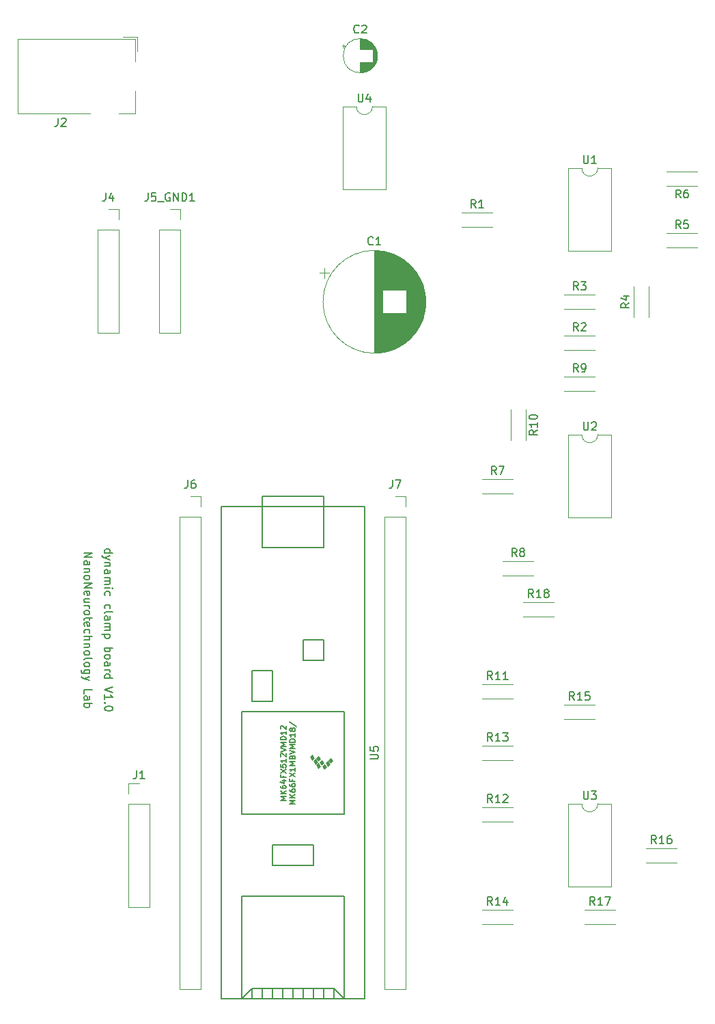
<source format=gbr>
%TF.GenerationSoftware,KiCad,Pcbnew,(5.1.10)-1*%
%TF.CreationDate,2021-10-07T13:20:46-04:00*%
%TF.ProjectId,dynamic clamp pcb,64796e61-6d69-4632-9063-6c616d702070,rev?*%
%TF.SameCoordinates,Original*%
%TF.FileFunction,Legend,Top*%
%TF.FilePolarity,Positive*%
%FSLAX46Y46*%
G04 Gerber Fmt 4.6, Leading zero omitted, Abs format (unit mm)*
G04 Created by KiCad (PCBNEW (5.1.10)-1) date 2021-10-07 13:20:46*
%MOMM*%
%LPD*%
G01*
G04 APERTURE LIST*
%ADD10C,0.150000*%
%ADD11C,0.120000*%
%ADD12C,0.100000*%
G04 APERTURE END LIST*
D10*
X47807619Y-89512380D02*
X48807619Y-89512380D01*
X47807619Y-90083809D01*
X48807619Y-90083809D01*
X47807619Y-90988571D02*
X48331428Y-90988571D01*
X48426666Y-90940952D01*
X48474285Y-90845714D01*
X48474285Y-90655238D01*
X48426666Y-90560000D01*
X47855238Y-90988571D02*
X47807619Y-90893333D01*
X47807619Y-90655238D01*
X47855238Y-90560000D01*
X47950476Y-90512380D01*
X48045714Y-90512380D01*
X48140952Y-90560000D01*
X48188571Y-90655238D01*
X48188571Y-90893333D01*
X48236190Y-90988571D01*
X48474285Y-91464761D02*
X47807619Y-91464761D01*
X48379047Y-91464761D02*
X48426666Y-91512380D01*
X48474285Y-91607619D01*
X48474285Y-91750476D01*
X48426666Y-91845714D01*
X48331428Y-91893333D01*
X47807619Y-91893333D01*
X47807619Y-92512380D02*
X47855238Y-92417142D01*
X47902857Y-92369523D01*
X47998095Y-92321904D01*
X48283809Y-92321904D01*
X48379047Y-92369523D01*
X48426666Y-92417142D01*
X48474285Y-92512380D01*
X48474285Y-92655238D01*
X48426666Y-92750476D01*
X48379047Y-92798095D01*
X48283809Y-92845714D01*
X47998095Y-92845714D01*
X47902857Y-92798095D01*
X47855238Y-92750476D01*
X47807619Y-92655238D01*
X47807619Y-92512380D01*
X47807619Y-93274285D02*
X48807619Y-93274285D01*
X47807619Y-93845714D01*
X48807619Y-93845714D01*
X47855238Y-94702857D02*
X47807619Y-94607619D01*
X47807619Y-94417142D01*
X47855238Y-94321904D01*
X47950476Y-94274285D01*
X48331428Y-94274285D01*
X48426666Y-94321904D01*
X48474285Y-94417142D01*
X48474285Y-94607619D01*
X48426666Y-94702857D01*
X48331428Y-94750476D01*
X48236190Y-94750476D01*
X48140952Y-94274285D01*
X48474285Y-95607619D02*
X47807619Y-95607619D01*
X48474285Y-95179047D02*
X47950476Y-95179047D01*
X47855238Y-95226666D01*
X47807619Y-95321904D01*
X47807619Y-95464761D01*
X47855238Y-95560000D01*
X47902857Y-95607619D01*
X47807619Y-96083809D02*
X48474285Y-96083809D01*
X48283809Y-96083809D02*
X48379047Y-96131428D01*
X48426666Y-96179047D01*
X48474285Y-96274285D01*
X48474285Y-96369523D01*
X47807619Y-96845714D02*
X47855238Y-96750476D01*
X47902857Y-96702857D01*
X47998095Y-96655238D01*
X48283809Y-96655238D01*
X48379047Y-96702857D01*
X48426666Y-96750476D01*
X48474285Y-96845714D01*
X48474285Y-96988571D01*
X48426666Y-97083809D01*
X48379047Y-97131428D01*
X48283809Y-97179047D01*
X47998095Y-97179047D01*
X47902857Y-97131428D01*
X47855238Y-97083809D01*
X47807619Y-96988571D01*
X47807619Y-96845714D01*
X48474285Y-97464761D02*
X48474285Y-97845714D01*
X48807619Y-97607619D02*
X47950476Y-97607619D01*
X47855238Y-97655238D01*
X47807619Y-97750476D01*
X47807619Y-97845714D01*
X47855238Y-98560000D02*
X47807619Y-98464761D01*
X47807619Y-98274285D01*
X47855238Y-98179047D01*
X47950476Y-98131428D01*
X48331428Y-98131428D01*
X48426666Y-98179047D01*
X48474285Y-98274285D01*
X48474285Y-98464761D01*
X48426666Y-98560000D01*
X48331428Y-98607619D01*
X48236190Y-98607619D01*
X48140952Y-98131428D01*
X47855238Y-99464761D02*
X47807619Y-99369523D01*
X47807619Y-99179047D01*
X47855238Y-99083809D01*
X47902857Y-99036190D01*
X47998095Y-98988571D01*
X48283809Y-98988571D01*
X48379047Y-99036190D01*
X48426666Y-99083809D01*
X48474285Y-99179047D01*
X48474285Y-99369523D01*
X48426666Y-99464761D01*
X47807619Y-99893333D02*
X48807619Y-99893333D01*
X47807619Y-100321904D02*
X48331428Y-100321904D01*
X48426666Y-100274285D01*
X48474285Y-100179047D01*
X48474285Y-100036190D01*
X48426666Y-99940952D01*
X48379047Y-99893333D01*
X48474285Y-100798095D02*
X47807619Y-100798095D01*
X48379047Y-100798095D02*
X48426666Y-100845714D01*
X48474285Y-100940952D01*
X48474285Y-101083809D01*
X48426666Y-101179047D01*
X48331428Y-101226666D01*
X47807619Y-101226666D01*
X47807619Y-101845714D02*
X47855238Y-101750476D01*
X47902857Y-101702857D01*
X47998095Y-101655238D01*
X48283809Y-101655238D01*
X48379047Y-101702857D01*
X48426666Y-101750476D01*
X48474285Y-101845714D01*
X48474285Y-101988571D01*
X48426666Y-102083809D01*
X48379047Y-102131428D01*
X48283809Y-102179047D01*
X47998095Y-102179047D01*
X47902857Y-102131428D01*
X47855238Y-102083809D01*
X47807619Y-101988571D01*
X47807619Y-101845714D01*
X47807619Y-102750476D02*
X47855238Y-102655238D01*
X47950476Y-102607619D01*
X48807619Y-102607619D01*
X47807619Y-103274285D02*
X47855238Y-103179047D01*
X47902857Y-103131428D01*
X47998095Y-103083809D01*
X48283809Y-103083809D01*
X48379047Y-103131428D01*
X48426666Y-103179047D01*
X48474285Y-103274285D01*
X48474285Y-103417142D01*
X48426666Y-103512380D01*
X48379047Y-103560000D01*
X48283809Y-103607619D01*
X47998095Y-103607619D01*
X47902857Y-103560000D01*
X47855238Y-103512380D01*
X47807619Y-103417142D01*
X47807619Y-103274285D01*
X48474285Y-104464761D02*
X47664761Y-104464761D01*
X47569523Y-104417142D01*
X47521904Y-104369523D01*
X47474285Y-104274285D01*
X47474285Y-104131428D01*
X47521904Y-104036190D01*
X47855238Y-104464761D02*
X47807619Y-104369523D01*
X47807619Y-104179047D01*
X47855238Y-104083809D01*
X47902857Y-104036190D01*
X47998095Y-103988571D01*
X48283809Y-103988571D01*
X48379047Y-104036190D01*
X48426666Y-104083809D01*
X48474285Y-104179047D01*
X48474285Y-104369523D01*
X48426666Y-104464761D01*
X48474285Y-104845714D02*
X47807619Y-105083809D01*
X48474285Y-105321904D02*
X47807619Y-105083809D01*
X47569523Y-104988571D01*
X47521904Y-104940952D01*
X47474285Y-104845714D01*
X47807619Y-106940952D02*
X47807619Y-106464761D01*
X48807619Y-106464761D01*
X47807619Y-107702857D02*
X48331428Y-107702857D01*
X48426666Y-107655238D01*
X48474285Y-107560000D01*
X48474285Y-107369523D01*
X48426666Y-107274285D01*
X47855238Y-107702857D02*
X47807619Y-107607619D01*
X47807619Y-107369523D01*
X47855238Y-107274285D01*
X47950476Y-107226666D01*
X48045714Y-107226666D01*
X48140952Y-107274285D01*
X48188571Y-107369523D01*
X48188571Y-107607619D01*
X48236190Y-107702857D01*
X47807619Y-108179047D02*
X48807619Y-108179047D01*
X48426666Y-108179047D02*
X48474285Y-108274285D01*
X48474285Y-108464761D01*
X48426666Y-108560000D01*
X48379047Y-108607619D01*
X48283809Y-108655238D01*
X47998095Y-108655238D01*
X47902857Y-108607619D01*
X47855238Y-108560000D01*
X47807619Y-108464761D01*
X47807619Y-108274285D01*
X47855238Y-108179047D01*
X50347619Y-89512380D02*
X51347619Y-89512380D01*
X50395238Y-89512380D02*
X50347619Y-89417142D01*
X50347619Y-89226666D01*
X50395238Y-89131428D01*
X50442857Y-89083809D01*
X50538095Y-89036190D01*
X50823809Y-89036190D01*
X50919047Y-89083809D01*
X50966666Y-89131428D01*
X51014285Y-89226666D01*
X51014285Y-89417142D01*
X50966666Y-89512380D01*
X51014285Y-89893333D02*
X50347619Y-90131428D01*
X51014285Y-90369523D02*
X50347619Y-90131428D01*
X50109523Y-90036190D01*
X50061904Y-89988571D01*
X50014285Y-89893333D01*
X51014285Y-90750476D02*
X50347619Y-90750476D01*
X50919047Y-90750476D02*
X50966666Y-90798095D01*
X51014285Y-90893333D01*
X51014285Y-91036190D01*
X50966666Y-91131428D01*
X50871428Y-91179047D01*
X50347619Y-91179047D01*
X50347619Y-92083809D02*
X50871428Y-92083809D01*
X50966666Y-92036190D01*
X51014285Y-91940952D01*
X51014285Y-91750476D01*
X50966666Y-91655238D01*
X50395238Y-92083809D02*
X50347619Y-91988571D01*
X50347619Y-91750476D01*
X50395238Y-91655238D01*
X50490476Y-91607619D01*
X50585714Y-91607619D01*
X50680952Y-91655238D01*
X50728571Y-91750476D01*
X50728571Y-91988571D01*
X50776190Y-92083809D01*
X50347619Y-92560000D02*
X51014285Y-92560000D01*
X50919047Y-92560000D02*
X50966666Y-92607619D01*
X51014285Y-92702857D01*
X51014285Y-92845714D01*
X50966666Y-92940952D01*
X50871428Y-92988571D01*
X50347619Y-92988571D01*
X50871428Y-92988571D02*
X50966666Y-93036190D01*
X51014285Y-93131428D01*
X51014285Y-93274285D01*
X50966666Y-93369523D01*
X50871428Y-93417142D01*
X50347619Y-93417142D01*
X50347619Y-93893333D02*
X51014285Y-93893333D01*
X51347619Y-93893333D02*
X51300000Y-93845714D01*
X51252380Y-93893333D01*
X51300000Y-93940952D01*
X51347619Y-93893333D01*
X51252380Y-93893333D01*
X50395238Y-94798095D02*
X50347619Y-94702857D01*
X50347619Y-94512380D01*
X50395238Y-94417142D01*
X50442857Y-94369523D01*
X50538095Y-94321904D01*
X50823809Y-94321904D01*
X50919047Y-94369523D01*
X50966666Y-94417142D01*
X51014285Y-94512380D01*
X51014285Y-94702857D01*
X50966666Y-94798095D01*
X50395238Y-96417142D02*
X50347619Y-96321904D01*
X50347619Y-96131428D01*
X50395238Y-96036190D01*
X50442857Y-95988571D01*
X50538095Y-95940952D01*
X50823809Y-95940952D01*
X50919047Y-95988571D01*
X50966666Y-96036190D01*
X51014285Y-96131428D01*
X51014285Y-96321904D01*
X50966666Y-96417142D01*
X50347619Y-96988571D02*
X50395238Y-96893333D01*
X50490476Y-96845714D01*
X51347619Y-96845714D01*
X50347619Y-97798095D02*
X50871428Y-97798095D01*
X50966666Y-97750476D01*
X51014285Y-97655238D01*
X51014285Y-97464761D01*
X50966666Y-97369523D01*
X50395238Y-97798095D02*
X50347619Y-97702857D01*
X50347619Y-97464761D01*
X50395238Y-97369523D01*
X50490476Y-97321904D01*
X50585714Y-97321904D01*
X50680952Y-97369523D01*
X50728571Y-97464761D01*
X50728571Y-97702857D01*
X50776190Y-97798095D01*
X50347619Y-98274285D02*
X51014285Y-98274285D01*
X50919047Y-98274285D02*
X50966666Y-98321904D01*
X51014285Y-98417142D01*
X51014285Y-98560000D01*
X50966666Y-98655238D01*
X50871428Y-98702857D01*
X50347619Y-98702857D01*
X50871428Y-98702857D02*
X50966666Y-98750476D01*
X51014285Y-98845714D01*
X51014285Y-98988571D01*
X50966666Y-99083809D01*
X50871428Y-99131428D01*
X50347619Y-99131428D01*
X51014285Y-99607619D02*
X50014285Y-99607619D01*
X50966666Y-99607619D02*
X51014285Y-99702857D01*
X51014285Y-99893333D01*
X50966666Y-99988571D01*
X50919047Y-100036190D01*
X50823809Y-100083809D01*
X50538095Y-100083809D01*
X50442857Y-100036190D01*
X50395238Y-99988571D01*
X50347619Y-99893333D01*
X50347619Y-99702857D01*
X50395238Y-99607619D01*
X50347619Y-101274285D02*
X51347619Y-101274285D01*
X50966666Y-101274285D02*
X51014285Y-101369523D01*
X51014285Y-101560000D01*
X50966666Y-101655238D01*
X50919047Y-101702857D01*
X50823809Y-101750476D01*
X50538095Y-101750476D01*
X50442857Y-101702857D01*
X50395238Y-101655238D01*
X50347619Y-101560000D01*
X50347619Y-101369523D01*
X50395238Y-101274285D01*
X50347619Y-102321904D02*
X50395238Y-102226666D01*
X50442857Y-102179047D01*
X50538095Y-102131428D01*
X50823809Y-102131428D01*
X50919047Y-102179047D01*
X50966666Y-102226666D01*
X51014285Y-102321904D01*
X51014285Y-102464761D01*
X50966666Y-102560000D01*
X50919047Y-102607619D01*
X50823809Y-102655238D01*
X50538095Y-102655238D01*
X50442857Y-102607619D01*
X50395238Y-102560000D01*
X50347619Y-102464761D01*
X50347619Y-102321904D01*
X50347619Y-103512380D02*
X50871428Y-103512380D01*
X50966666Y-103464761D01*
X51014285Y-103369523D01*
X51014285Y-103179047D01*
X50966666Y-103083809D01*
X50395238Y-103512380D02*
X50347619Y-103417142D01*
X50347619Y-103179047D01*
X50395238Y-103083809D01*
X50490476Y-103036190D01*
X50585714Y-103036190D01*
X50680952Y-103083809D01*
X50728571Y-103179047D01*
X50728571Y-103417142D01*
X50776190Y-103512380D01*
X50347619Y-103988571D02*
X51014285Y-103988571D01*
X50823809Y-103988571D02*
X50919047Y-104036190D01*
X50966666Y-104083809D01*
X51014285Y-104179047D01*
X51014285Y-104274285D01*
X50347619Y-105036190D02*
X51347619Y-105036190D01*
X50395238Y-105036190D02*
X50347619Y-104940952D01*
X50347619Y-104750476D01*
X50395238Y-104655238D01*
X50442857Y-104607619D01*
X50538095Y-104560000D01*
X50823809Y-104560000D01*
X50919047Y-104607619D01*
X50966666Y-104655238D01*
X51014285Y-104750476D01*
X51014285Y-104940952D01*
X50966666Y-105036190D01*
X51347619Y-106131428D02*
X50347619Y-106464761D01*
X51347619Y-106798095D01*
X50347619Y-107655238D02*
X50347619Y-107083809D01*
X50347619Y-107369523D02*
X51347619Y-107369523D01*
X51204761Y-107274285D01*
X51109523Y-107179047D01*
X51061904Y-107083809D01*
X50442857Y-108083809D02*
X50395238Y-108131428D01*
X50347619Y-108083809D01*
X50395238Y-108036190D01*
X50442857Y-108083809D01*
X50347619Y-108083809D01*
X51347619Y-108750476D02*
X51347619Y-108845714D01*
X51300000Y-108940952D01*
X51252380Y-108988571D01*
X51157142Y-109036190D01*
X50966666Y-109083809D01*
X50728571Y-109083809D01*
X50538095Y-109036190D01*
X50442857Y-108988571D01*
X50395238Y-108940952D01*
X50347619Y-108845714D01*
X50347619Y-108750476D01*
X50395238Y-108655238D01*
X50442857Y-108607619D01*
X50538095Y-108560000D01*
X50728571Y-108512380D01*
X50966666Y-108512380D01*
X51157142Y-108560000D01*
X51252380Y-108607619D01*
X51300000Y-108655238D01*
X51347619Y-108750476D01*
D11*
%TO.C,J2*%
X54380000Y-25640000D02*
X54380000Y-27380000D01*
X52640000Y-25640000D02*
X54380000Y-25640000D01*
X54140000Y-35080000D02*
X52140000Y-35080000D01*
X54140000Y-32280000D02*
X54140000Y-35080000D01*
X54140000Y-25880000D02*
X54140000Y-28680000D01*
X39540000Y-25880000D02*
X54140000Y-25880000D01*
X39540000Y-35080000D02*
X39540000Y-25880000D01*
X48540000Y-35080000D02*
X39540000Y-35080000D01*
%TO.C,C1*%
X77587918Y-54220000D02*
X77587918Y-55470000D01*
X76962918Y-54845000D02*
X78212918Y-54845000D01*
X90141000Y-58103000D02*
X90141000Y-58737000D01*
X90101000Y-57663000D02*
X90101000Y-59177000D01*
X90061000Y-57392000D02*
X90061000Y-59448000D01*
X90021000Y-57179000D02*
X90021000Y-59661000D01*
X89981000Y-56998000D02*
X89981000Y-59842000D01*
X89941000Y-56837000D02*
X89941000Y-60003000D01*
X89901000Y-56692000D02*
X89901000Y-60148000D01*
X89861000Y-56559000D02*
X89861000Y-60281000D01*
X89821000Y-56436000D02*
X89821000Y-60404000D01*
X89781000Y-56320000D02*
X89781000Y-60520000D01*
X89741000Y-56211000D02*
X89741000Y-60629000D01*
X89701000Y-56108000D02*
X89701000Y-60732000D01*
X89661000Y-56010000D02*
X89661000Y-60830000D01*
X89621000Y-55916000D02*
X89621000Y-60924000D01*
X89581000Y-55826000D02*
X89581000Y-61014000D01*
X89541000Y-55739000D02*
X89541000Y-61101000D01*
X89501000Y-55656000D02*
X89501000Y-61184000D01*
X89461000Y-55576000D02*
X89461000Y-61264000D01*
X89421000Y-55499000D02*
X89421000Y-61341000D01*
X89381000Y-55424000D02*
X89381000Y-61416000D01*
X89341000Y-55351000D02*
X89341000Y-61489000D01*
X89301000Y-55280000D02*
X89301000Y-61560000D01*
X89261000Y-55212000D02*
X89261000Y-61628000D01*
X89221000Y-55145000D02*
X89221000Y-61695000D01*
X89181000Y-55081000D02*
X89181000Y-61759000D01*
X89141000Y-55018000D02*
X89141000Y-61822000D01*
X89101000Y-54956000D02*
X89101000Y-61884000D01*
X89061000Y-54896000D02*
X89061000Y-61944000D01*
X89021000Y-54837000D02*
X89021000Y-62003000D01*
X88981000Y-54780000D02*
X88981000Y-62060000D01*
X88941000Y-54724000D02*
X88941000Y-62116000D01*
X88901000Y-54670000D02*
X88901000Y-62170000D01*
X88861000Y-54616000D02*
X88861000Y-62224000D01*
X88821000Y-54564000D02*
X88821000Y-62276000D01*
X88781000Y-54513000D02*
X88781000Y-62327000D01*
X88741000Y-54463000D02*
X88741000Y-62377000D01*
X88701000Y-54413000D02*
X88701000Y-62427000D01*
X88661000Y-54365000D02*
X88661000Y-62475000D01*
X88621000Y-54318000D02*
X88621000Y-62522000D01*
X88581000Y-54272000D02*
X88581000Y-62568000D01*
X88541000Y-54226000D02*
X88541000Y-62614000D01*
X88501000Y-54182000D02*
X88501000Y-62658000D01*
X88461000Y-54138000D02*
X88461000Y-62702000D01*
X88421000Y-54095000D02*
X88421000Y-62745000D01*
X88381000Y-54053000D02*
X88381000Y-62787000D01*
X88341000Y-54012000D02*
X88341000Y-62828000D01*
X88301000Y-53971000D02*
X88301000Y-62869000D01*
X88261000Y-53931000D02*
X88261000Y-62909000D01*
X88221000Y-53892000D02*
X88221000Y-62948000D01*
X88181000Y-53853000D02*
X88181000Y-62987000D01*
X88141000Y-53815000D02*
X88141000Y-63025000D01*
X88101000Y-53778000D02*
X88101000Y-63062000D01*
X88061000Y-53742000D02*
X88061000Y-63098000D01*
X88021000Y-53706000D02*
X88021000Y-63134000D01*
X87981000Y-53670000D02*
X87981000Y-63170000D01*
X87941000Y-53635000D02*
X87941000Y-63205000D01*
X87901000Y-53601000D02*
X87901000Y-63239000D01*
X87861000Y-53568000D02*
X87861000Y-63272000D01*
X87821000Y-53535000D02*
X87821000Y-63305000D01*
X87781000Y-53502000D02*
X87781000Y-63338000D01*
X87741000Y-53470000D02*
X87741000Y-63370000D01*
X87701000Y-59860000D02*
X87701000Y-63402000D01*
X87701000Y-53438000D02*
X87701000Y-56980000D01*
X87661000Y-59860000D02*
X87661000Y-63432000D01*
X87661000Y-53408000D02*
X87661000Y-56980000D01*
X87621000Y-59860000D02*
X87621000Y-63463000D01*
X87621000Y-53377000D02*
X87621000Y-56980000D01*
X87581000Y-59860000D02*
X87581000Y-63493000D01*
X87581000Y-53347000D02*
X87581000Y-56980000D01*
X87541000Y-59860000D02*
X87541000Y-63522000D01*
X87541000Y-53318000D02*
X87541000Y-56980000D01*
X87501000Y-59860000D02*
X87501000Y-63551000D01*
X87501000Y-53289000D02*
X87501000Y-56980000D01*
X87461000Y-59860000D02*
X87461000Y-63580000D01*
X87461000Y-53260000D02*
X87461000Y-56980000D01*
X87421000Y-59860000D02*
X87421000Y-63608000D01*
X87421000Y-53232000D02*
X87421000Y-56980000D01*
X87381000Y-59860000D02*
X87381000Y-63636000D01*
X87381000Y-53204000D02*
X87381000Y-56980000D01*
X87341000Y-59860000D02*
X87341000Y-63663000D01*
X87341000Y-53177000D02*
X87341000Y-56980000D01*
X87301000Y-59860000D02*
X87301000Y-63690000D01*
X87301000Y-53150000D02*
X87301000Y-56980000D01*
X87261000Y-59860000D02*
X87261000Y-63716000D01*
X87261000Y-53124000D02*
X87261000Y-56980000D01*
X87221000Y-59860000D02*
X87221000Y-63742000D01*
X87221000Y-53098000D02*
X87221000Y-56980000D01*
X87181000Y-59860000D02*
X87181000Y-63767000D01*
X87181000Y-53073000D02*
X87181000Y-56980000D01*
X87141000Y-59860000D02*
X87141000Y-63792000D01*
X87141000Y-53048000D02*
X87141000Y-56980000D01*
X87101000Y-59860000D02*
X87101000Y-63817000D01*
X87101000Y-53023000D02*
X87101000Y-56980000D01*
X87061000Y-59860000D02*
X87061000Y-63841000D01*
X87061000Y-52999000D02*
X87061000Y-56980000D01*
X87021000Y-59860000D02*
X87021000Y-63865000D01*
X87021000Y-52975000D02*
X87021000Y-56980000D01*
X86981000Y-59860000D02*
X86981000Y-63888000D01*
X86981000Y-52952000D02*
X86981000Y-56980000D01*
X86941000Y-59860000D02*
X86941000Y-63911000D01*
X86941000Y-52929000D02*
X86941000Y-56980000D01*
X86901000Y-59860000D02*
X86901000Y-63934000D01*
X86901000Y-52906000D02*
X86901000Y-56980000D01*
X86861000Y-59860000D02*
X86861000Y-63956000D01*
X86861000Y-52884000D02*
X86861000Y-56980000D01*
X86821000Y-59860000D02*
X86821000Y-63978000D01*
X86821000Y-52862000D02*
X86821000Y-56980000D01*
X86781000Y-59860000D02*
X86781000Y-64000000D01*
X86781000Y-52840000D02*
X86781000Y-56980000D01*
X86741000Y-59860000D02*
X86741000Y-64021000D01*
X86741000Y-52819000D02*
X86741000Y-56980000D01*
X86701000Y-59860000D02*
X86701000Y-64042000D01*
X86701000Y-52798000D02*
X86701000Y-56980000D01*
X86661000Y-59860000D02*
X86661000Y-64062000D01*
X86661000Y-52778000D02*
X86661000Y-56980000D01*
X86621000Y-59860000D02*
X86621000Y-64082000D01*
X86621000Y-52758000D02*
X86621000Y-56980000D01*
X86581000Y-59860000D02*
X86581000Y-64102000D01*
X86581000Y-52738000D02*
X86581000Y-56980000D01*
X86541000Y-59860000D02*
X86541000Y-64122000D01*
X86541000Y-52718000D02*
X86541000Y-56980000D01*
X86501000Y-59860000D02*
X86501000Y-64141000D01*
X86501000Y-52699000D02*
X86501000Y-56980000D01*
X86461000Y-59860000D02*
X86461000Y-64159000D01*
X86461000Y-52681000D02*
X86461000Y-56980000D01*
X86421000Y-59860000D02*
X86421000Y-64178000D01*
X86421000Y-52662000D02*
X86421000Y-56980000D01*
X86381000Y-59860000D02*
X86381000Y-64196000D01*
X86381000Y-52644000D02*
X86381000Y-56980000D01*
X86341000Y-59860000D02*
X86341000Y-64213000D01*
X86341000Y-52627000D02*
X86341000Y-56980000D01*
X86301000Y-59860000D02*
X86301000Y-64231000D01*
X86301000Y-52609000D02*
X86301000Y-56980000D01*
X86261000Y-59860000D02*
X86261000Y-64248000D01*
X86261000Y-52592000D02*
X86261000Y-56980000D01*
X86221000Y-59860000D02*
X86221000Y-64265000D01*
X86221000Y-52575000D02*
X86221000Y-56980000D01*
X86181000Y-59860000D02*
X86181000Y-64281000D01*
X86181000Y-52559000D02*
X86181000Y-56980000D01*
X86141000Y-59860000D02*
X86141000Y-64297000D01*
X86141000Y-52543000D02*
X86141000Y-56980000D01*
X86101000Y-59860000D02*
X86101000Y-64313000D01*
X86101000Y-52527000D02*
X86101000Y-56980000D01*
X86061000Y-59860000D02*
X86061000Y-64328000D01*
X86061000Y-52512000D02*
X86061000Y-56980000D01*
X86021000Y-59860000D02*
X86021000Y-64344000D01*
X86021000Y-52496000D02*
X86021000Y-56980000D01*
X85981000Y-59860000D02*
X85981000Y-64359000D01*
X85981000Y-52481000D02*
X85981000Y-56980000D01*
X85941000Y-59860000D02*
X85941000Y-64373000D01*
X85941000Y-52467000D02*
X85941000Y-56980000D01*
X85901000Y-59860000D02*
X85901000Y-64387000D01*
X85901000Y-52453000D02*
X85901000Y-56980000D01*
X85861000Y-59860000D02*
X85861000Y-64401000D01*
X85861000Y-52439000D02*
X85861000Y-56980000D01*
X85821000Y-59860000D02*
X85821000Y-64415000D01*
X85821000Y-52425000D02*
X85821000Y-56980000D01*
X85781000Y-59860000D02*
X85781000Y-64428000D01*
X85781000Y-52412000D02*
X85781000Y-56980000D01*
X85741000Y-59860000D02*
X85741000Y-64441000D01*
X85741000Y-52399000D02*
X85741000Y-56980000D01*
X85701000Y-59860000D02*
X85701000Y-64454000D01*
X85701000Y-52386000D02*
X85701000Y-56980000D01*
X85661000Y-59860000D02*
X85661000Y-64467000D01*
X85661000Y-52373000D02*
X85661000Y-56980000D01*
X85621000Y-59860000D02*
X85621000Y-64479000D01*
X85621000Y-52361000D02*
X85621000Y-56980000D01*
X85581000Y-59860000D02*
X85581000Y-64491000D01*
X85581000Y-52349000D02*
X85581000Y-56980000D01*
X85541000Y-59860000D02*
X85541000Y-64503000D01*
X85541000Y-52337000D02*
X85541000Y-56980000D01*
X85501000Y-59860000D02*
X85501000Y-64514000D01*
X85501000Y-52326000D02*
X85501000Y-56980000D01*
X85461000Y-59860000D02*
X85461000Y-64525000D01*
X85461000Y-52315000D02*
X85461000Y-56980000D01*
X85421000Y-59860000D02*
X85421000Y-64536000D01*
X85421000Y-52304000D02*
X85421000Y-56980000D01*
X85381000Y-59860000D02*
X85381000Y-64546000D01*
X85381000Y-52294000D02*
X85381000Y-56980000D01*
X85341000Y-59860000D02*
X85341000Y-64557000D01*
X85341000Y-52283000D02*
X85341000Y-56980000D01*
X85301000Y-59860000D02*
X85301000Y-64566000D01*
X85301000Y-52274000D02*
X85301000Y-56980000D01*
X85261000Y-59860000D02*
X85261000Y-64576000D01*
X85261000Y-52264000D02*
X85261000Y-56980000D01*
X85221000Y-59860000D02*
X85221000Y-64586000D01*
X85221000Y-52254000D02*
X85221000Y-56980000D01*
X85181000Y-59860000D02*
X85181000Y-64595000D01*
X85181000Y-52245000D02*
X85181000Y-56980000D01*
X85141000Y-59860000D02*
X85141000Y-64604000D01*
X85141000Y-52236000D02*
X85141000Y-56980000D01*
X85101000Y-59860000D02*
X85101000Y-64612000D01*
X85101000Y-52228000D02*
X85101000Y-56980000D01*
X85061000Y-59860000D02*
X85061000Y-64621000D01*
X85061000Y-52219000D02*
X85061000Y-56980000D01*
X85021000Y-59860000D02*
X85021000Y-64629000D01*
X85021000Y-52211000D02*
X85021000Y-56980000D01*
X84981000Y-59860000D02*
X84981000Y-64636000D01*
X84981000Y-52204000D02*
X84981000Y-56980000D01*
X84941000Y-59860000D02*
X84941000Y-64644000D01*
X84941000Y-52196000D02*
X84941000Y-56980000D01*
X84901000Y-59860000D02*
X84901000Y-64651000D01*
X84901000Y-52189000D02*
X84901000Y-56980000D01*
X84861000Y-59860000D02*
X84861000Y-64658000D01*
X84861000Y-52182000D02*
X84861000Y-56980000D01*
X84821000Y-52175000D02*
X84821000Y-64665000D01*
X84781000Y-52168000D02*
X84781000Y-64672000D01*
X84741000Y-52162000D02*
X84741000Y-64678000D01*
X84701000Y-52156000D02*
X84701000Y-64684000D01*
X84661000Y-52151000D02*
X84661000Y-64689000D01*
X84621000Y-52145000D02*
X84621000Y-64695000D01*
X84581000Y-52140000D02*
X84581000Y-64700000D01*
X84541000Y-52135000D02*
X84541000Y-64705000D01*
X84501000Y-52130000D02*
X84501000Y-64710000D01*
X84460000Y-52126000D02*
X84460000Y-64714000D01*
X84420000Y-52122000D02*
X84420000Y-64718000D01*
X84380000Y-52118000D02*
X84380000Y-64722000D01*
X84340000Y-52114000D02*
X84340000Y-64726000D01*
X84300000Y-52111000D02*
X84300000Y-64729000D01*
X84260000Y-52108000D02*
X84260000Y-64732000D01*
X84220000Y-52105000D02*
X84220000Y-64735000D01*
X84180000Y-52102000D02*
X84180000Y-64738000D01*
X84140000Y-52100000D02*
X84140000Y-64740000D01*
X84100000Y-52098000D02*
X84100000Y-64742000D01*
X84060000Y-52096000D02*
X84060000Y-64744000D01*
X84020000Y-52094000D02*
X84020000Y-64746000D01*
X83980000Y-52093000D02*
X83980000Y-64747000D01*
X83940000Y-52092000D02*
X83940000Y-64748000D01*
X83900000Y-52091000D02*
X83900000Y-64749000D01*
X83860000Y-52090000D02*
X83860000Y-64750000D01*
X83820000Y-52090000D02*
X83820000Y-64750000D01*
X83780000Y-52090000D02*
X83780000Y-64750000D01*
X90150000Y-58420000D02*
G75*
G03*
X90150000Y-58420000I-6370000J0D01*
G01*
%TO.C,C2*%
X79960199Y-26545000D02*
X79960199Y-26945000D01*
X79760199Y-26745000D02*
X80160199Y-26745000D01*
X84111000Y-27570000D02*
X84111000Y-28310000D01*
X84071000Y-27403000D02*
X84071000Y-28477000D01*
X84031000Y-27276000D02*
X84031000Y-28604000D01*
X83991000Y-27172000D02*
X83991000Y-28708000D01*
X83951000Y-27081000D02*
X83951000Y-28799000D01*
X83911000Y-27000000D02*
X83911000Y-28880000D01*
X83871000Y-26927000D02*
X83871000Y-28953000D01*
X83831000Y-26860000D02*
X83831000Y-29020000D01*
X83791000Y-26798000D02*
X83791000Y-29082000D01*
X83751000Y-26740000D02*
X83751000Y-29140000D01*
X83711000Y-26686000D02*
X83711000Y-29194000D01*
X83671000Y-26636000D02*
X83671000Y-29244000D01*
X83631000Y-26589000D02*
X83631000Y-29291000D01*
X83591000Y-28780000D02*
X83591000Y-29336000D01*
X83591000Y-26544000D02*
X83591000Y-27100000D01*
X83551000Y-28780000D02*
X83551000Y-29378000D01*
X83551000Y-26502000D02*
X83551000Y-27100000D01*
X83511000Y-28780000D02*
X83511000Y-29418000D01*
X83511000Y-26462000D02*
X83511000Y-27100000D01*
X83471000Y-28780000D02*
X83471000Y-29456000D01*
X83471000Y-26424000D02*
X83471000Y-27100000D01*
X83431000Y-28780000D02*
X83431000Y-29492000D01*
X83431000Y-26388000D02*
X83431000Y-27100000D01*
X83391000Y-28780000D02*
X83391000Y-29527000D01*
X83391000Y-26353000D02*
X83391000Y-27100000D01*
X83351000Y-28780000D02*
X83351000Y-29559000D01*
X83351000Y-26321000D02*
X83351000Y-27100000D01*
X83311000Y-28780000D02*
X83311000Y-29590000D01*
X83311000Y-26290000D02*
X83311000Y-27100000D01*
X83271000Y-28780000D02*
X83271000Y-29620000D01*
X83271000Y-26260000D02*
X83271000Y-27100000D01*
X83231000Y-28780000D02*
X83231000Y-29648000D01*
X83231000Y-26232000D02*
X83231000Y-27100000D01*
X83191000Y-28780000D02*
X83191000Y-29675000D01*
X83191000Y-26205000D02*
X83191000Y-27100000D01*
X83151000Y-28780000D02*
X83151000Y-29700000D01*
X83151000Y-26180000D02*
X83151000Y-27100000D01*
X83111000Y-28780000D02*
X83111000Y-29725000D01*
X83111000Y-26155000D02*
X83111000Y-27100000D01*
X83071000Y-28780000D02*
X83071000Y-29748000D01*
X83071000Y-26132000D02*
X83071000Y-27100000D01*
X83031000Y-28780000D02*
X83031000Y-29770000D01*
X83031000Y-26110000D02*
X83031000Y-27100000D01*
X82991000Y-28780000D02*
X82991000Y-29791000D01*
X82991000Y-26089000D02*
X82991000Y-27100000D01*
X82951000Y-28780000D02*
X82951000Y-29810000D01*
X82951000Y-26070000D02*
X82951000Y-27100000D01*
X82911000Y-28780000D02*
X82911000Y-29829000D01*
X82911000Y-26051000D02*
X82911000Y-27100000D01*
X82871000Y-28780000D02*
X82871000Y-29847000D01*
X82871000Y-26033000D02*
X82871000Y-27100000D01*
X82831000Y-28780000D02*
X82831000Y-29864000D01*
X82831000Y-26016000D02*
X82831000Y-27100000D01*
X82791000Y-28780000D02*
X82791000Y-29880000D01*
X82791000Y-26000000D02*
X82791000Y-27100000D01*
X82751000Y-28780000D02*
X82751000Y-29894000D01*
X82751000Y-25986000D02*
X82751000Y-27100000D01*
X82710000Y-28780000D02*
X82710000Y-29908000D01*
X82710000Y-25972000D02*
X82710000Y-27100000D01*
X82670000Y-28780000D02*
X82670000Y-29922000D01*
X82670000Y-25958000D02*
X82670000Y-27100000D01*
X82630000Y-28780000D02*
X82630000Y-29934000D01*
X82630000Y-25946000D02*
X82630000Y-27100000D01*
X82590000Y-28780000D02*
X82590000Y-29945000D01*
X82590000Y-25935000D02*
X82590000Y-27100000D01*
X82550000Y-28780000D02*
X82550000Y-29956000D01*
X82550000Y-25924000D02*
X82550000Y-27100000D01*
X82510000Y-28780000D02*
X82510000Y-29965000D01*
X82510000Y-25915000D02*
X82510000Y-27100000D01*
X82470000Y-28780000D02*
X82470000Y-29974000D01*
X82470000Y-25906000D02*
X82470000Y-27100000D01*
X82430000Y-28780000D02*
X82430000Y-29982000D01*
X82430000Y-25898000D02*
X82430000Y-27100000D01*
X82390000Y-28780000D02*
X82390000Y-29990000D01*
X82390000Y-25890000D02*
X82390000Y-27100000D01*
X82350000Y-28780000D02*
X82350000Y-29996000D01*
X82350000Y-25884000D02*
X82350000Y-27100000D01*
X82310000Y-28780000D02*
X82310000Y-30002000D01*
X82310000Y-25878000D02*
X82310000Y-27100000D01*
X82270000Y-28780000D02*
X82270000Y-30007000D01*
X82270000Y-25873000D02*
X82270000Y-27100000D01*
X82230000Y-28780000D02*
X82230000Y-30011000D01*
X82230000Y-25869000D02*
X82230000Y-27100000D01*
X82190000Y-28780000D02*
X82190000Y-30014000D01*
X82190000Y-25866000D02*
X82190000Y-27100000D01*
X82150000Y-28780000D02*
X82150000Y-30017000D01*
X82150000Y-25863000D02*
X82150000Y-27100000D01*
X82110000Y-25861000D02*
X82110000Y-27100000D01*
X82110000Y-28780000D02*
X82110000Y-30019000D01*
X82070000Y-25860000D02*
X82070000Y-27100000D01*
X82070000Y-28780000D02*
X82070000Y-30020000D01*
X82030000Y-25860000D02*
X82030000Y-27100000D01*
X82030000Y-28780000D02*
X82030000Y-30020000D01*
X84150000Y-27940000D02*
G75*
G03*
X84150000Y-27940000I-2120000J0D01*
G01*
%TO.C,J1*%
X53280000Y-118050000D02*
X54610000Y-118050000D01*
X53280000Y-119380000D02*
X53280000Y-118050000D01*
X53280000Y-120650000D02*
X55940000Y-120650000D01*
X55940000Y-120650000D02*
X55940000Y-133410000D01*
X53280000Y-120650000D02*
X53280000Y-133410000D01*
X53280000Y-133410000D02*
X55940000Y-133410000D01*
%TO.C,J4*%
X50800000Y-46930000D02*
X52130000Y-46930000D01*
X52130000Y-46930000D02*
X52130000Y-48260000D01*
X52130000Y-49530000D02*
X52130000Y-62290000D01*
X49470000Y-62290000D02*
X52130000Y-62290000D01*
X49470000Y-49530000D02*
X49470000Y-62290000D01*
X49470000Y-49530000D02*
X52130000Y-49530000D01*
%TO.C,J6*%
X59630000Y-85090000D02*
X62290000Y-85090000D01*
X59630000Y-85090000D02*
X59630000Y-143570000D01*
X59630000Y-143570000D02*
X62290000Y-143570000D01*
X62290000Y-85090000D02*
X62290000Y-143570000D01*
X62290000Y-82490000D02*
X62290000Y-83820000D01*
X60960000Y-82490000D02*
X62290000Y-82490000D01*
%TO.C,J7*%
X86360000Y-82490000D02*
X87690000Y-82490000D01*
X87690000Y-82490000D02*
X87690000Y-83820000D01*
X87690000Y-85090000D02*
X87690000Y-143570000D01*
X85030000Y-143570000D02*
X87690000Y-143570000D01*
X85030000Y-85090000D02*
X85030000Y-143570000D01*
X85030000Y-85090000D02*
X87690000Y-85090000D01*
%TO.C,J5_GND1*%
X57090000Y-49530000D02*
X59750000Y-49530000D01*
X57090000Y-49530000D02*
X57090000Y-62290000D01*
X57090000Y-62290000D02*
X59750000Y-62290000D01*
X59750000Y-49530000D02*
X59750000Y-62290000D01*
X59750000Y-46930000D02*
X59750000Y-48260000D01*
X58420000Y-46930000D02*
X59750000Y-46930000D01*
%TO.C,R1*%
X94600000Y-47340000D02*
X98440000Y-47340000D01*
X94600000Y-49180000D02*
X98440000Y-49180000D01*
%TO.C,R2*%
X107300000Y-62580000D02*
X111140000Y-62580000D01*
X107300000Y-64420000D02*
X111140000Y-64420000D01*
%TO.C,R3*%
X107300000Y-59340000D02*
X111140000Y-59340000D01*
X107300000Y-57500000D02*
X111140000Y-57500000D01*
%TO.C,R4*%
X117760000Y-60340000D02*
X117760000Y-56500000D01*
X115920000Y-60340000D02*
X115920000Y-56500000D01*
%TO.C,R5*%
X120000000Y-49880000D02*
X123840000Y-49880000D01*
X120000000Y-51720000D02*
X123840000Y-51720000D01*
%TO.C,R6*%
X123840000Y-42260000D02*
X120000000Y-42260000D01*
X123840000Y-44100000D02*
X120000000Y-44100000D01*
%TO.C,R7*%
X97140000Y-82200000D02*
X100980000Y-82200000D01*
X97140000Y-80360000D02*
X100980000Y-80360000D01*
%TO.C,R8*%
X99680000Y-90520000D02*
X103520000Y-90520000D01*
X99680000Y-92360000D02*
X103520000Y-92360000D01*
%TO.C,R9*%
X107300000Y-69500000D02*
X111140000Y-69500000D01*
X107300000Y-67660000D02*
X111140000Y-67660000D01*
%TO.C,R10*%
X102520000Y-71740000D02*
X102520000Y-75580000D01*
X100680000Y-71740000D02*
X100680000Y-75580000D01*
%TO.C,R11*%
X97140000Y-107600000D02*
X100980000Y-107600000D01*
X97140000Y-105760000D02*
X100980000Y-105760000D01*
%TO.C,R12*%
X97140000Y-121000000D02*
X100980000Y-121000000D01*
X97140000Y-122840000D02*
X100980000Y-122840000D01*
%TO.C,R13*%
X97140000Y-115220000D02*
X100980000Y-115220000D01*
X97140000Y-113380000D02*
X100980000Y-113380000D01*
%TO.C,R14*%
X97140000Y-133700000D02*
X100980000Y-133700000D01*
X97140000Y-135540000D02*
X100980000Y-135540000D01*
%TO.C,R15*%
X107300000Y-110140000D02*
X111140000Y-110140000D01*
X107300000Y-108300000D02*
X111140000Y-108300000D01*
%TO.C,R16*%
X117460000Y-127920000D02*
X121300000Y-127920000D01*
X117460000Y-126080000D02*
X121300000Y-126080000D01*
%TO.C,R17*%
X109840000Y-133700000D02*
X113680000Y-133700000D01*
X109840000Y-135540000D02*
X113680000Y-135540000D01*
%TO.C,R18*%
X102220000Y-95600000D02*
X106060000Y-95600000D01*
X102220000Y-97440000D02*
X106060000Y-97440000D01*
%TO.C,U1*%
X113140000Y-41850000D02*
X111490000Y-41850000D01*
X113140000Y-52130000D02*
X113140000Y-41850000D01*
X107840000Y-52130000D02*
X113140000Y-52130000D01*
X107840000Y-41850000D02*
X107840000Y-52130000D01*
X109490000Y-41850000D02*
X107840000Y-41850000D01*
X111490000Y-41850000D02*
G75*
G02*
X109490000Y-41850000I-1000000J0D01*
G01*
%TO.C,U2*%
X113140000Y-74870000D02*
X111490000Y-74870000D01*
X113140000Y-85150000D02*
X113140000Y-74870000D01*
X107840000Y-85150000D02*
X113140000Y-85150000D01*
X107840000Y-74870000D02*
X107840000Y-85150000D01*
X109490000Y-74870000D02*
X107840000Y-74870000D01*
X111490000Y-74870000D02*
G75*
G02*
X109490000Y-74870000I-1000000J0D01*
G01*
%TO.C,U3*%
X111490000Y-120590000D02*
G75*
G02*
X109490000Y-120590000I-1000000J0D01*
G01*
X109490000Y-120590000D02*
X107840000Y-120590000D01*
X107840000Y-120590000D02*
X107840000Y-130870000D01*
X107840000Y-130870000D02*
X113140000Y-130870000D01*
X113140000Y-130870000D02*
X113140000Y-120590000D01*
X113140000Y-120590000D02*
X111490000Y-120590000D01*
%TO.C,U4*%
X83550000Y-34230000D02*
G75*
G02*
X81550000Y-34230000I-1000000J0D01*
G01*
X81550000Y-34230000D02*
X79900000Y-34230000D01*
X79900000Y-34230000D02*
X79900000Y-44510000D01*
X79900000Y-44510000D02*
X85200000Y-44510000D01*
X85200000Y-44510000D02*
X85200000Y-34230000D01*
X85200000Y-34230000D02*
X83550000Y-34230000D01*
D10*
%TO.C,U5*%
X77470000Y-100330000D02*
X74930000Y-100330000D01*
X74930000Y-100330000D02*
X74930000Y-102870000D01*
X74930000Y-102870000D02*
X77470000Y-102870000D01*
X77470000Y-102870000D02*
X77470000Y-100330000D01*
X68580000Y-107950000D02*
X68580000Y-104140000D01*
X68580000Y-104140000D02*
X71120000Y-104140000D01*
X71120000Y-104140000D02*
X71120000Y-107950000D01*
X71120000Y-107950000D02*
X68580000Y-107950000D01*
X67310000Y-121920000D02*
X80010000Y-121920000D01*
X80010000Y-109220000D02*
X67310000Y-109220000D01*
X67310000Y-109220000D02*
X67310000Y-121920000D01*
X80010000Y-109220000D02*
X80010000Y-121920000D01*
X68580000Y-143510000D02*
X68580000Y-144780000D01*
X69850000Y-143510000D02*
X69850000Y-144780000D01*
X71120000Y-143510000D02*
X71120000Y-144780000D01*
X72390000Y-143510000D02*
X72390000Y-144780000D01*
X73660000Y-143510000D02*
X73660000Y-144780000D01*
X74930000Y-143510000D02*
X74930000Y-144780000D01*
X76200000Y-143510000D02*
X76200000Y-144780000D01*
X77470000Y-143510000D02*
X77470000Y-144780000D01*
X78740000Y-143510000D02*
X78740000Y-144780000D01*
X67310000Y-144780000D02*
X68580000Y-143510000D01*
X68580000Y-143510000D02*
X78740000Y-143510000D01*
X78740000Y-143510000D02*
X80010000Y-144780000D01*
X80010000Y-144780000D02*
X80010000Y-132080000D01*
X80010000Y-132080000D02*
X67310000Y-132080000D01*
X67310000Y-132080000D02*
X67310000Y-144780000D01*
X82550000Y-144780000D02*
X82550000Y-83820000D01*
X64770000Y-83820000D02*
X64770000Y-144780000D01*
X69850000Y-83820000D02*
X69850000Y-82550000D01*
X69850000Y-82550000D02*
X77470000Y-82550000D01*
X77470000Y-82550000D02*
X77470000Y-83820000D01*
X69850000Y-88900000D02*
X77470000Y-88900000D01*
X77470000Y-88900000D02*
X77470000Y-83820000D01*
X69850000Y-88900000D02*
X69850000Y-83820000D01*
X76200000Y-128270000D02*
X71120000Y-128270000D01*
X71120000Y-128270000D02*
X71120000Y-125730000D01*
X71120000Y-125730000D02*
X76200000Y-125730000D01*
X76200000Y-125730000D02*
X76200000Y-128270000D01*
X82550000Y-144780000D02*
X64770000Y-144780000D01*
X64770000Y-83820000D02*
X82550000Y-83820000D01*
D12*
G36*
X78613000Y-115316000D02*
G01*
X78359000Y-115570000D01*
X78105000Y-115189000D01*
X78359000Y-114935000D01*
X78613000Y-115316000D01*
G37*
X78613000Y-115316000D02*
X78359000Y-115570000D01*
X78105000Y-115189000D01*
X78359000Y-114935000D01*
X78613000Y-115316000D01*
G36*
X77089000Y-115062000D02*
G01*
X76835000Y-115316000D01*
X76581000Y-114935000D01*
X76835000Y-114681000D01*
X77089000Y-115062000D01*
G37*
X77089000Y-115062000D02*
X76835000Y-115316000D01*
X76581000Y-114935000D01*
X76835000Y-114681000D01*
X77089000Y-115062000D01*
G36*
X76327000Y-114935000D02*
G01*
X76073000Y-115189000D01*
X75819000Y-114808000D01*
X76073000Y-114554000D01*
X76327000Y-114935000D01*
G37*
X76327000Y-114935000D02*
X76073000Y-115189000D01*
X75819000Y-114808000D01*
X76073000Y-114554000D01*
X76327000Y-114935000D01*
G36*
X77851000Y-116078000D02*
G01*
X77597000Y-116332000D01*
X77343000Y-115951000D01*
X77597000Y-115697000D01*
X77851000Y-116078000D01*
G37*
X77851000Y-116078000D02*
X77597000Y-116332000D01*
X77343000Y-115951000D01*
X77597000Y-115697000D01*
X77851000Y-116078000D01*
G36*
X76708000Y-115443000D02*
G01*
X76454000Y-115697000D01*
X76200000Y-115316000D01*
X76454000Y-115062000D01*
X76708000Y-115443000D01*
G37*
X76708000Y-115443000D02*
X76454000Y-115697000D01*
X76200000Y-115316000D01*
X76454000Y-115062000D01*
X76708000Y-115443000D01*
G36*
X77089000Y-115951000D02*
G01*
X76835000Y-116205000D01*
X76581000Y-115824000D01*
X76835000Y-115570000D01*
X77089000Y-115951000D01*
G37*
X77089000Y-115951000D02*
X76835000Y-116205000D01*
X76581000Y-115824000D01*
X76835000Y-115570000D01*
X77089000Y-115951000D01*
G36*
X78232000Y-115697000D02*
G01*
X77978000Y-115951000D01*
X77724000Y-115570000D01*
X77978000Y-115316000D01*
X78232000Y-115697000D01*
G37*
X78232000Y-115697000D02*
X77978000Y-115951000D01*
X77724000Y-115570000D01*
X77978000Y-115316000D01*
X78232000Y-115697000D01*
G36*
X77470000Y-115570000D02*
G01*
X77216000Y-115824000D01*
X76962000Y-115443000D01*
X77216000Y-115189000D01*
X77470000Y-115570000D01*
G37*
X77470000Y-115570000D02*
X77216000Y-115824000D01*
X76962000Y-115443000D01*
X77216000Y-115189000D01*
X77470000Y-115570000D01*
%TO.C,J2*%
D10*
X44556666Y-35682380D02*
X44556666Y-36396666D01*
X44509047Y-36539523D01*
X44413809Y-36634761D01*
X44270952Y-36682380D01*
X44175714Y-36682380D01*
X44985238Y-35777619D02*
X45032857Y-35730000D01*
X45128095Y-35682380D01*
X45366190Y-35682380D01*
X45461428Y-35730000D01*
X45509047Y-35777619D01*
X45556666Y-35872857D01*
X45556666Y-35968095D01*
X45509047Y-36110952D01*
X44937619Y-36682380D01*
X45556666Y-36682380D01*
%TO.C,C1*%
X83613333Y-51277142D02*
X83565714Y-51324761D01*
X83422857Y-51372380D01*
X83327619Y-51372380D01*
X83184761Y-51324761D01*
X83089523Y-51229523D01*
X83041904Y-51134285D01*
X82994285Y-50943809D01*
X82994285Y-50800952D01*
X83041904Y-50610476D01*
X83089523Y-50515238D01*
X83184761Y-50420000D01*
X83327619Y-50372380D01*
X83422857Y-50372380D01*
X83565714Y-50420000D01*
X83613333Y-50467619D01*
X84565714Y-51372380D02*
X83994285Y-51372380D01*
X84280000Y-51372380D02*
X84280000Y-50372380D01*
X84184761Y-50515238D01*
X84089523Y-50610476D01*
X83994285Y-50658095D01*
%TO.C,C2*%
X81863333Y-25047142D02*
X81815714Y-25094761D01*
X81672857Y-25142380D01*
X81577619Y-25142380D01*
X81434761Y-25094761D01*
X81339523Y-24999523D01*
X81291904Y-24904285D01*
X81244285Y-24713809D01*
X81244285Y-24570952D01*
X81291904Y-24380476D01*
X81339523Y-24285238D01*
X81434761Y-24190000D01*
X81577619Y-24142380D01*
X81672857Y-24142380D01*
X81815714Y-24190000D01*
X81863333Y-24237619D01*
X82244285Y-24237619D02*
X82291904Y-24190000D01*
X82387142Y-24142380D01*
X82625238Y-24142380D01*
X82720476Y-24190000D01*
X82768095Y-24237619D01*
X82815714Y-24332857D01*
X82815714Y-24428095D01*
X82768095Y-24570952D01*
X82196666Y-25142380D01*
X82815714Y-25142380D01*
%TO.C,J1*%
X54276666Y-116502380D02*
X54276666Y-117216666D01*
X54229047Y-117359523D01*
X54133809Y-117454761D01*
X53990952Y-117502380D01*
X53895714Y-117502380D01*
X55276666Y-117502380D02*
X54705238Y-117502380D01*
X54990952Y-117502380D02*
X54990952Y-116502380D01*
X54895714Y-116645238D01*
X54800476Y-116740476D01*
X54705238Y-116788095D01*
%TO.C,J4*%
X50466666Y-44942380D02*
X50466666Y-45656666D01*
X50419047Y-45799523D01*
X50323809Y-45894761D01*
X50180952Y-45942380D01*
X50085714Y-45942380D01*
X51371428Y-45275714D02*
X51371428Y-45942380D01*
X51133333Y-44894761D02*
X50895238Y-45609047D01*
X51514285Y-45609047D01*
%TO.C,J6*%
X60626666Y-80502380D02*
X60626666Y-81216666D01*
X60579047Y-81359523D01*
X60483809Y-81454761D01*
X60340952Y-81502380D01*
X60245714Y-81502380D01*
X61531428Y-80502380D02*
X61340952Y-80502380D01*
X61245714Y-80550000D01*
X61198095Y-80597619D01*
X61102857Y-80740476D01*
X61055238Y-80930952D01*
X61055238Y-81311904D01*
X61102857Y-81407142D01*
X61150476Y-81454761D01*
X61245714Y-81502380D01*
X61436190Y-81502380D01*
X61531428Y-81454761D01*
X61579047Y-81407142D01*
X61626666Y-81311904D01*
X61626666Y-81073809D01*
X61579047Y-80978571D01*
X61531428Y-80930952D01*
X61436190Y-80883333D01*
X61245714Y-80883333D01*
X61150476Y-80930952D01*
X61102857Y-80978571D01*
X61055238Y-81073809D01*
%TO.C,J7*%
X86026666Y-80502380D02*
X86026666Y-81216666D01*
X85979047Y-81359523D01*
X85883809Y-81454761D01*
X85740952Y-81502380D01*
X85645714Y-81502380D01*
X86407619Y-80502380D02*
X87074285Y-80502380D01*
X86645714Y-81502380D01*
%TO.C,J5_GND1*%
X55705714Y-44942380D02*
X55705714Y-45656666D01*
X55658095Y-45799523D01*
X55562857Y-45894761D01*
X55420000Y-45942380D01*
X55324761Y-45942380D01*
X56658095Y-44942380D02*
X56181904Y-44942380D01*
X56134285Y-45418571D01*
X56181904Y-45370952D01*
X56277142Y-45323333D01*
X56515238Y-45323333D01*
X56610476Y-45370952D01*
X56658095Y-45418571D01*
X56705714Y-45513809D01*
X56705714Y-45751904D01*
X56658095Y-45847142D01*
X56610476Y-45894761D01*
X56515238Y-45942380D01*
X56277142Y-45942380D01*
X56181904Y-45894761D01*
X56134285Y-45847142D01*
X56896190Y-46037619D02*
X57658095Y-46037619D01*
X58420000Y-44990000D02*
X58324761Y-44942380D01*
X58181904Y-44942380D01*
X58039047Y-44990000D01*
X57943809Y-45085238D01*
X57896190Y-45180476D01*
X57848571Y-45370952D01*
X57848571Y-45513809D01*
X57896190Y-45704285D01*
X57943809Y-45799523D01*
X58039047Y-45894761D01*
X58181904Y-45942380D01*
X58277142Y-45942380D01*
X58420000Y-45894761D01*
X58467619Y-45847142D01*
X58467619Y-45513809D01*
X58277142Y-45513809D01*
X58896190Y-45942380D02*
X58896190Y-44942380D01*
X59467619Y-45942380D01*
X59467619Y-44942380D01*
X59943809Y-45942380D02*
X59943809Y-44942380D01*
X60181904Y-44942380D01*
X60324761Y-44990000D01*
X60420000Y-45085238D01*
X60467619Y-45180476D01*
X60515238Y-45370952D01*
X60515238Y-45513809D01*
X60467619Y-45704285D01*
X60420000Y-45799523D01*
X60324761Y-45894761D01*
X60181904Y-45942380D01*
X59943809Y-45942380D01*
X61467619Y-45942380D02*
X60896190Y-45942380D01*
X61181904Y-45942380D02*
X61181904Y-44942380D01*
X61086666Y-45085238D01*
X60991428Y-45180476D01*
X60896190Y-45228095D01*
%TO.C,R1*%
X96353333Y-46792380D02*
X96020000Y-46316190D01*
X95781904Y-46792380D02*
X95781904Y-45792380D01*
X96162857Y-45792380D01*
X96258095Y-45840000D01*
X96305714Y-45887619D01*
X96353333Y-45982857D01*
X96353333Y-46125714D01*
X96305714Y-46220952D01*
X96258095Y-46268571D01*
X96162857Y-46316190D01*
X95781904Y-46316190D01*
X97305714Y-46792380D02*
X96734285Y-46792380D01*
X97020000Y-46792380D02*
X97020000Y-45792380D01*
X96924761Y-45935238D01*
X96829523Y-46030476D01*
X96734285Y-46078095D01*
%TO.C,R2*%
X109053333Y-62032380D02*
X108720000Y-61556190D01*
X108481904Y-62032380D02*
X108481904Y-61032380D01*
X108862857Y-61032380D01*
X108958095Y-61080000D01*
X109005714Y-61127619D01*
X109053333Y-61222857D01*
X109053333Y-61365714D01*
X109005714Y-61460952D01*
X108958095Y-61508571D01*
X108862857Y-61556190D01*
X108481904Y-61556190D01*
X109434285Y-61127619D02*
X109481904Y-61080000D01*
X109577142Y-61032380D01*
X109815238Y-61032380D01*
X109910476Y-61080000D01*
X109958095Y-61127619D01*
X110005714Y-61222857D01*
X110005714Y-61318095D01*
X109958095Y-61460952D01*
X109386666Y-62032380D01*
X110005714Y-62032380D01*
%TO.C,R3*%
X109053333Y-56952380D02*
X108720000Y-56476190D01*
X108481904Y-56952380D02*
X108481904Y-55952380D01*
X108862857Y-55952380D01*
X108958095Y-56000000D01*
X109005714Y-56047619D01*
X109053333Y-56142857D01*
X109053333Y-56285714D01*
X109005714Y-56380952D01*
X108958095Y-56428571D01*
X108862857Y-56476190D01*
X108481904Y-56476190D01*
X109386666Y-55952380D02*
X110005714Y-55952380D01*
X109672380Y-56333333D01*
X109815238Y-56333333D01*
X109910476Y-56380952D01*
X109958095Y-56428571D01*
X110005714Y-56523809D01*
X110005714Y-56761904D01*
X109958095Y-56857142D01*
X109910476Y-56904761D01*
X109815238Y-56952380D01*
X109529523Y-56952380D01*
X109434285Y-56904761D01*
X109386666Y-56857142D01*
%TO.C,R4*%
X115372380Y-58586666D02*
X114896190Y-58920000D01*
X115372380Y-59158095D02*
X114372380Y-59158095D01*
X114372380Y-58777142D01*
X114420000Y-58681904D01*
X114467619Y-58634285D01*
X114562857Y-58586666D01*
X114705714Y-58586666D01*
X114800952Y-58634285D01*
X114848571Y-58681904D01*
X114896190Y-58777142D01*
X114896190Y-59158095D01*
X114705714Y-57729523D02*
X115372380Y-57729523D01*
X114324761Y-57967619D02*
X115039047Y-58205714D01*
X115039047Y-57586666D01*
%TO.C,R5*%
X121753333Y-49332380D02*
X121420000Y-48856190D01*
X121181904Y-49332380D02*
X121181904Y-48332380D01*
X121562857Y-48332380D01*
X121658095Y-48380000D01*
X121705714Y-48427619D01*
X121753333Y-48522857D01*
X121753333Y-48665714D01*
X121705714Y-48760952D01*
X121658095Y-48808571D01*
X121562857Y-48856190D01*
X121181904Y-48856190D01*
X122658095Y-48332380D02*
X122181904Y-48332380D01*
X122134285Y-48808571D01*
X122181904Y-48760952D01*
X122277142Y-48713333D01*
X122515238Y-48713333D01*
X122610476Y-48760952D01*
X122658095Y-48808571D01*
X122705714Y-48903809D01*
X122705714Y-49141904D01*
X122658095Y-49237142D01*
X122610476Y-49284761D01*
X122515238Y-49332380D01*
X122277142Y-49332380D01*
X122181904Y-49284761D01*
X122134285Y-49237142D01*
%TO.C,R6*%
X121753333Y-45552380D02*
X121420000Y-45076190D01*
X121181904Y-45552380D02*
X121181904Y-44552380D01*
X121562857Y-44552380D01*
X121658095Y-44600000D01*
X121705714Y-44647619D01*
X121753333Y-44742857D01*
X121753333Y-44885714D01*
X121705714Y-44980952D01*
X121658095Y-45028571D01*
X121562857Y-45076190D01*
X121181904Y-45076190D01*
X122610476Y-44552380D02*
X122420000Y-44552380D01*
X122324761Y-44600000D01*
X122277142Y-44647619D01*
X122181904Y-44790476D01*
X122134285Y-44980952D01*
X122134285Y-45361904D01*
X122181904Y-45457142D01*
X122229523Y-45504761D01*
X122324761Y-45552380D01*
X122515238Y-45552380D01*
X122610476Y-45504761D01*
X122658095Y-45457142D01*
X122705714Y-45361904D01*
X122705714Y-45123809D01*
X122658095Y-45028571D01*
X122610476Y-44980952D01*
X122515238Y-44933333D01*
X122324761Y-44933333D01*
X122229523Y-44980952D01*
X122181904Y-45028571D01*
X122134285Y-45123809D01*
%TO.C,R7*%
X98893333Y-79812380D02*
X98560000Y-79336190D01*
X98321904Y-79812380D02*
X98321904Y-78812380D01*
X98702857Y-78812380D01*
X98798095Y-78860000D01*
X98845714Y-78907619D01*
X98893333Y-79002857D01*
X98893333Y-79145714D01*
X98845714Y-79240952D01*
X98798095Y-79288571D01*
X98702857Y-79336190D01*
X98321904Y-79336190D01*
X99226666Y-78812380D02*
X99893333Y-78812380D01*
X99464761Y-79812380D01*
%TO.C,R8*%
X101433333Y-89972380D02*
X101100000Y-89496190D01*
X100861904Y-89972380D02*
X100861904Y-88972380D01*
X101242857Y-88972380D01*
X101338095Y-89020000D01*
X101385714Y-89067619D01*
X101433333Y-89162857D01*
X101433333Y-89305714D01*
X101385714Y-89400952D01*
X101338095Y-89448571D01*
X101242857Y-89496190D01*
X100861904Y-89496190D01*
X102004761Y-89400952D02*
X101909523Y-89353333D01*
X101861904Y-89305714D01*
X101814285Y-89210476D01*
X101814285Y-89162857D01*
X101861904Y-89067619D01*
X101909523Y-89020000D01*
X102004761Y-88972380D01*
X102195238Y-88972380D01*
X102290476Y-89020000D01*
X102338095Y-89067619D01*
X102385714Y-89162857D01*
X102385714Y-89210476D01*
X102338095Y-89305714D01*
X102290476Y-89353333D01*
X102195238Y-89400952D01*
X102004761Y-89400952D01*
X101909523Y-89448571D01*
X101861904Y-89496190D01*
X101814285Y-89591428D01*
X101814285Y-89781904D01*
X101861904Y-89877142D01*
X101909523Y-89924761D01*
X102004761Y-89972380D01*
X102195238Y-89972380D01*
X102290476Y-89924761D01*
X102338095Y-89877142D01*
X102385714Y-89781904D01*
X102385714Y-89591428D01*
X102338095Y-89496190D01*
X102290476Y-89448571D01*
X102195238Y-89400952D01*
%TO.C,R9*%
X109053333Y-67112380D02*
X108720000Y-66636190D01*
X108481904Y-67112380D02*
X108481904Y-66112380D01*
X108862857Y-66112380D01*
X108958095Y-66160000D01*
X109005714Y-66207619D01*
X109053333Y-66302857D01*
X109053333Y-66445714D01*
X109005714Y-66540952D01*
X108958095Y-66588571D01*
X108862857Y-66636190D01*
X108481904Y-66636190D01*
X109529523Y-67112380D02*
X109720000Y-67112380D01*
X109815238Y-67064761D01*
X109862857Y-67017142D01*
X109958095Y-66874285D01*
X110005714Y-66683809D01*
X110005714Y-66302857D01*
X109958095Y-66207619D01*
X109910476Y-66160000D01*
X109815238Y-66112380D01*
X109624761Y-66112380D01*
X109529523Y-66160000D01*
X109481904Y-66207619D01*
X109434285Y-66302857D01*
X109434285Y-66540952D01*
X109481904Y-66636190D01*
X109529523Y-66683809D01*
X109624761Y-66731428D01*
X109815238Y-66731428D01*
X109910476Y-66683809D01*
X109958095Y-66636190D01*
X110005714Y-66540952D01*
%TO.C,R10*%
X103972380Y-74302857D02*
X103496190Y-74636190D01*
X103972380Y-74874285D02*
X102972380Y-74874285D01*
X102972380Y-74493333D01*
X103020000Y-74398095D01*
X103067619Y-74350476D01*
X103162857Y-74302857D01*
X103305714Y-74302857D01*
X103400952Y-74350476D01*
X103448571Y-74398095D01*
X103496190Y-74493333D01*
X103496190Y-74874285D01*
X103972380Y-73350476D02*
X103972380Y-73921904D01*
X103972380Y-73636190D02*
X102972380Y-73636190D01*
X103115238Y-73731428D01*
X103210476Y-73826666D01*
X103258095Y-73921904D01*
X102972380Y-72731428D02*
X102972380Y-72636190D01*
X103020000Y-72540952D01*
X103067619Y-72493333D01*
X103162857Y-72445714D01*
X103353333Y-72398095D01*
X103591428Y-72398095D01*
X103781904Y-72445714D01*
X103877142Y-72493333D01*
X103924761Y-72540952D01*
X103972380Y-72636190D01*
X103972380Y-72731428D01*
X103924761Y-72826666D01*
X103877142Y-72874285D01*
X103781904Y-72921904D01*
X103591428Y-72969523D01*
X103353333Y-72969523D01*
X103162857Y-72921904D01*
X103067619Y-72874285D01*
X103020000Y-72826666D01*
X102972380Y-72731428D01*
%TO.C,R11*%
X98417142Y-105212380D02*
X98083809Y-104736190D01*
X97845714Y-105212380D02*
X97845714Y-104212380D01*
X98226666Y-104212380D01*
X98321904Y-104260000D01*
X98369523Y-104307619D01*
X98417142Y-104402857D01*
X98417142Y-104545714D01*
X98369523Y-104640952D01*
X98321904Y-104688571D01*
X98226666Y-104736190D01*
X97845714Y-104736190D01*
X99369523Y-105212380D02*
X98798095Y-105212380D01*
X99083809Y-105212380D02*
X99083809Y-104212380D01*
X98988571Y-104355238D01*
X98893333Y-104450476D01*
X98798095Y-104498095D01*
X100321904Y-105212380D02*
X99750476Y-105212380D01*
X100036190Y-105212380D02*
X100036190Y-104212380D01*
X99940952Y-104355238D01*
X99845714Y-104450476D01*
X99750476Y-104498095D01*
%TO.C,R12*%
X98417142Y-120452380D02*
X98083809Y-119976190D01*
X97845714Y-120452380D02*
X97845714Y-119452380D01*
X98226666Y-119452380D01*
X98321904Y-119500000D01*
X98369523Y-119547619D01*
X98417142Y-119642857D01*
X98417142Y-119785714D01*
X98369523Y-119880952D01*
X98321904Y-119928571D01*
X98226666Y-119976190D01*
X97845714Y-119976190D01*
X99369523Y-120452380D02*
X98798095Y-120452380D01*
X99083809Y-120452380D02*
X99083809Y-119452380D01*
X98988571Y-119595238D01*
X98893333Y-119690476D01*
X98798095Y-119738095D01*
X99750476Y-119547619D02*
X99798095Y-119500000D01*
X99893333Y-119452380D01*
X100131428Y-119452380D01*
X100226666Y-119500000D01*
X100274285Y-119547619D01*
X100321904Y-119642857D01*
X100321904Y-119738095D01*
X100274285Y-119880952D01*
X99702857Y-120452380D01*
X100321904Y-120452380D01*
%TO.C,R13*%
X98417142Y-112832380D02*
X98083809Y-112356190D01*
X97845714Y-112832380D02*
X97845714Y-111832380D01*
X98226666Y-111832380D01*
X98321904Y-111880000D01*
X98369523Y-111927619D01*
X98417142Y-112022857D01*
X98417142Y-112165714D01*
X98369523Y-112260952D01*
X98321904Y-112308571D01*
X98226666Y-112356190D01*
X97845714Y-112356190D01*
X99369523Y-112832380D02*
X98798095Y-112832380D01*
X99083809Y-112832380D02*
X99083809Y-111832380D01*
X98988571Y-111975238D01*
X98893333Y-112070476D01*
X98798095Y-112118095D01*
X99702857Y-111832380D02*
X100321904Y-111832380D01*
X99988571Y-112213333D01*
X100131428Y-112213333D01*
X100226666Y-112260952D01*
X100274285Y-112308571D01*
X100321904Y-112403809D01*
X100321904Y-112641904D01*
X100274285Y-112737142D01*
X100226666Y-112784761D01*
X100131428Y-112832380D01*
X99845714Y-112832380D01*
X99750476Y-112784761D01*
X99702857Y-112737142D01*
%TO.C,R14*%
X98417142Y-133152380D02*
X98083809Y-132676190D01*
X97845714Y-133152380D02*
X97845714Y-132152380D01*
X98226666Y-132152380D01*
X98321904Y-132200000D01*
X98369523Y-132247619D01*
X98417142Y-132342857D01*
X98417142Y-132485714D01*
X98369523Y-132580952D01*
X98321904Y-132628571D01*
X98226666Y-132676190D01*
X97845714Y-132676190D01*
X99369523Y-133152380D02*
X98798095Y-133152380D01*
X99083809Y-133152380D02*
X99083809Y-132152380D01*
X98988571Y-132295238D01*
X98893333Y-132390476D01*
X98798095Y-132438095D01*
X100226666Y-132485714D02*
X100226666Y-133152380D01*
X99988571Y-132104761D02*
X99750476Y-132819047D01*
X100369523Y-132819047D01*
%TO.C,R15*%
X108577142Y-107752380D02*
X108243809Y-107276190D01*
X108005714Y-107752380D02*
X108005714Y-106752380D01*
X108386666Y-106752380D01*
X108481904Y-106800000D01*
X108529523Y-106847619D01*
X108577142Y-106942857D01*
X108577142Y-107085714D01*
X108529523Y-107180952D01*
X108481904Y-107228571D01*
X108386666Y-107276190D01*
X108005714Y-107276190D01*
X109529523Y-107752380D02*
X108958095Y-107752380D01*
X109243809Y-107752380D02*
X109243809Y-106752380D01*
X109148571Y-106895238D01*
X109053333Y-106990476D01*
X108958095Y-107038095D01*
X110434285Y-106752380D02*
X109958095Y-106752380D01*
X109910476Y-107228571D01*
X109958095Y-107180952D01*
X110053333Y-107133333D01*
X110291428Y-107133333D01*
X110386666Y-107180952D01*
X110434285Y-107228571D01*
X110481904Y-107323809D01*
X110481904Y-107561904D01*
X110434285Y-107657142D01*
X110386666Y-107704761D01*
X110291428Y-107752380D01*
X110053333Y-107752380D01*
X109958095Y-107704761D01*
X109910476Y-107657142D01*
%TO.C,R16*%
X118737142Y-125532380D02*
X118403809Y-125056190D01*
X118165714Y-125532380D02*
X118165714Y-124532380D01*
X118546666Y-124532380D01*
X118641904Y-124580000D01*
X118689523Y-124627619D01*
X118737142Y-124722857D01*
X118737142Y-124865714D01*
X118689523Y-124960952D01*
X118641904Y-125008571D01*
X118546666Y-125056190D01*
X118165714Y-125056190D01*
X119689523Y-125532380D02*
X119118095Y-125532380D01*
X119403809Y-125532380D02*
X119403809Y-124532380D01*
X119308571Y-124675238D01*
X119213333Y-124770476D01*
X119118095Y-124818095D01*
X120546666Y-124532380D02*
X120356190Y-124532380D01*
X120260952Y-124580000D01*
X120213333Y-124627619D01*
X120118095Y-124770476D01*
X120070476Y-124960952D01*
X120070476Y-125341904D01*
X120118095Y-125437142D01*
X120165714Y-125484761D01*
X120260952Y-125532380D01*
X120451428Y-125532380D01*
X120546666Y-125484761D01*
X120594285Y-125437142D01*
X120641904Y-125341904D01*
X120641904Y-125103809D01*
X120594285Y-125008571D01*
X120546666Y-124960952D01*
X120451428Y-124913333D01*
X120260952Y-124913333D01*
X120165714Y-124960952D01*
X120118095Y-125008571D01*
X120070476Y-125103809D01*
%TO.C,R17*%
X111117142Y-133152380D02*
X110783809Y-132676190D01*
X110545714Y-133152380D02*
X110545714Y-132152380D01*
X110926666Y-132152380D01*
X111021904Y-132200000D01*
X111069523Y-132247619D01*
X111117142Y-132342857D01*
X111117142Y-132485714D01*
X111069523Y-132580952D01*
X111021904Y-132628571D01*
X110926666Y-132676190D01*
X110545714Y-132676190D01*
X112069523Y-133152380D02*
X111498095Y-133152380D01*
X111783809Y-133152380D02*
X111783809Y-132152380D01*
X111688571Y-132295238D01*
X111593333Y-132390476D01*
X111498095Y-132438095D01*
X112402857Y-132152380D02*
X113069523Y-132152380D01*
X112640952Y-133152380D01*
%TO.C,R18*%
X103497142Y-95052380D02*
X103163809Y-94576190D01*
X102925714Y-95052380D02*
X102925714Y-94052380D01*
X103306666Y-94052380D01*
X103401904Y-94100000D01*
X103449523Y-94147619D01*
X103497142Y-94242857D01*
X103497142Y-94385714D01*
X103449523Y-94480952D01*
X103401904Y-94528571D01*
X103306666Y-94576190D01*
X102925714Y-94576190D01*
X104449523Y-95052380D02*
X103878095Y-95052380D01*
X104163809Y-95052380D02*
X104163809Y-94052380D01*
X104068571Y-94195238D01*
X103973333Y-94290476D01*
X103878095Y-94338095D01*
X105020952Y-94480952D02*
X104925714Y-94433333D01*
X104878095Y-94385714D01*
X104830476Y-94290476D01*
X104830476Y-94242857D01*
X104878095Y-94147619D01*
X104925714Y-94100000D01*
X105020952Y-94052380D01*
X105211428Y-94052380D01*
X105306666Y-94100000D01*
X105354285Y-94147619D01*
X105401904Y-94242857D01*
X105401904Y-94290476D01*
X105354285Y-94385714D01*
X105306666Y-94433333D01*
X105211428Y-94480952D01*
X105020952Y-94480952D01*
X104925714Y-94528571D01*
X104878095Y-94576190D01*
X104830476Y-94671428D01*
X104830476Y-94861904D01*
X104878095Y-94957142D01*
X104925714Y-95004761D01*
X105020952Y-95052380D01*
X105211428Y-95052380D01*
X105306666Y-95004761D01*
X105354285Y-94957142D01*
X105401904Y-94861904D01*
X105401904Y-94671428D01*
X105354285Y-94576190D01*
X105306666Y-94528571D01*
X105211428Y-94480952D01*
%TO.C,U1*%
X109728095Y-40302380D02*
X109728095Y-41111904D01*
X109775714Y-41207142D01*
X109823333Y-41254761D01*
X109918571Y-41302380D01*
X110109047Y-41302380D01*
X110204285Y-41254761D01*
X110251904Y-41207142D01*
X110299523Y-41111904D01*
X110299523Y-40302380D01*
X111299523Y-41302380D02*
X110728095Y-41302380D01*
X111013809Y-41302380D02*
X111013809Y-40302380D01*
X110918571Y-40445238D01*
X110823333Y-40540476D01*
X110728095Y-40588095D01*
%TO.C,U2*%
X109728095Y-73322380D02*
X109728095Y-74131904D01*
X109775714Y-74227142D01*
X109823333Y-74274761D01*
X109918571Y-74322380D01*
X110109047Y-74322380D01*
X110204285Y-74274761D01*
X110251904Y-74227142D01*
X110299523Y-74131904D01*
X110299523Y-73322380D01*
X110728095Y-73417619D02*
X110775714Y-73370000D01*
X110870952Y-73322380D01*
X111109047Y-73322380D01*
X111204285Y-73370000D01*
X111251904Y-73417619D01*
X111299523Y-73512857D01*
X111299523Y-73608095D01*
X111251904Y-73750952D01*
X110680476Y-74322380D01*
X111299523Y-74322380D01*
%TO.C,U3*%
X109728095Y-119042380D02*
X109728095Y-119851904D01*
X109775714Y-119947142D01*
X109823333Y-119994761D01*
X109918571Y-120042380D01*
X110109047Y-120042380D01*
X110204285Y-119994761D01*
X110251904Y-119947142D01*
X110299523Y-119851904D01*
X110299523Y-119042380D01*
X110680476Y-119042380D02*
X111299523Y-119042380D01*
X110966190Y-119423333D01*
X111109047Y-119423333D01*
X111204285Y-119470952D01*
X111251904Y-119518571D01*
X111299523Y-119613809D01*
X111299523Y-119851904D01*
X111251904Y-119947142D01*
X111204285Y-119994761D01*
X111109047Y-120042380D01*
X110823333Y-120042380D01*
X110728095Y-119994761D01*
X110680476Y-119947142D01*
%TO.C,U4*%
X81788095Y-32682380D02*
X81788095Y-33491904D01*
X81835714Y-33587142D01*
X81883333Y-33634761D01*
X81978571Y-33682380D01*
X82169047Y-33682380D01*
X82264285Y-33634761D01*
X82311904Y-33587142D01*
X82359523Y-33491904D01*
X82359523Y-32682380D01*
X83264285Y-33015714D02*
X83264285Y-33682380D01*
X83026190Y-32634761D02*
X82788095Y-33349047D01*
X83407142Y-33349047D01*
%TO.C,U5*%
X83272380Y-115061904D02*
X84081904Y-115061904D01*
X84177142Y-115014285D01*
X84224761Y-114966666D01*
X84272380Y-114871428D01*
X84272380Y-114680952D01*
X84224761Y-114585714D01*
X84177142Y-114538095D01*
X84081904Y-114490476D01*
X83272380Y-114490476D01*
X83272380Y-113538095D02*
X83272380Y-114014285D01*
X83748571Y-114061904D01*
X83700952Y-114014285D01*
X83653333Y-113919047D01*
X83653333Y-113680952D01*
X83700952Y-113585714D01*
X83748571Y-113538095D01*
X83843809Y-113490476D01*
X84081904Y-113490476D01*
X84177142Y-113538095D01*
X84224761Y-113585714D01*
X84272380Y-113680952D01*
X84272380Y-113919047D01*
X84224761Y-114014285D01*
X84177142Y-114061904D01*
X73976666Y-120620000D02*
X73276666Y-120620000D01*
X73776666Y-120386666D01*
X73276666Y-120153333D01*
X73976666Y-120153333D01*
X73976666Y-119820000D02*
X73276666Y-119820000D01*
X73976666Y-119420000D02*
X73576666Y-119720000D01*
X73276666Y-119420000D02*
X73676666Y-119820000D01*
X73276666Y-118820000D02*
X73276666Y-118953333D01*
X73310000Y-119020000D01*
X73343333Y-119053333D01*
X73443333Y-119120000D01*
X73576666Y-119153333D01*
X73843333Y-119153333D01*
X73910000Y-119120000D01*
X73943333Y-119086666D01*
X73976666Y-119020000D01*
X73976666Y-118886666D01*
X73943333Y-118820000D01*
X73910000Y-118786666D01*
X73843333Y-118753333D01*
X73676666Y-118753333D01*
X73610000Y-118786666D01*
X73576666Y-118820000D01*
X73543333Y-118886666D01*
X73543333Y-119020000D01*
X73576666Y-119086666D01*
X73610000Y-119120000D01*
X73676666Y-119153333D01*
X73276666Y-118153333D02*
X73276666Y-118286666D01*
X73310000Y-118353333D01*
X73343333Y-118386666D01*
X73443333Y-118453333D01*
X73576666Y-118486666D01*
X73843333Y-118486666D01*
X73910000Y-118453333D01*
X73943333Y-118420000D01*
X73976666Y-118353333D01*
X73976666Y-118220000D01*
X73943333Y-118153333D01*
X73910000Y-118120000D01*
X73843333Y-118086666D01*
X73676666Y-118086666D01*
X73610000Y-118120000D01*
X73576666Y-118153333D01*
X73543333Y-118220000D01*
X73543333Y-118353333D01*
X73576666Y-118420000D01*
X73610000Y-118453333D01*
X73676666Y-118486666D01*
X73610000Y-117553333D02*
X73610000Y-117786666D01*
X73976666Y-117786666D02*
X73276666Y-117786666D01*
X73276666Y-117453333D01*
X73276666Y-117253333D02*
X73976666Y-116786666D01*
X73276666Y-116786666D02*
X73976666Y-117253333D01*
X73976666Y-116153333D02*
X73976666Y-116553333D01*
X73976666Y-116353333D02*
X73276666Y-116353333D01*
X73376666Y-116420000D01*
X73443333Y-116486666D01*
X73476666Y-116553333D01*
X73976666Y-115853333D02*
X73276666Y-115853333D01*
X73776666Y-115620000D01*
X73276666Y-115386666D01*
X73976666Y-115386666D01*
X73610000Y-114820000D02*
X73643333Y-114720000D01*
X73676666Y-114686666D01*
X73743333Y-114653333D01*
X73843333Y-114653333D01*
X73910000Y-114686666D01*
X73943333Y-114720000D01*
X73976666Y-114786666D01*
X73976666Y-115053333D01*
X73276666Y-115053333D01*
X73276666Y-114820000D01*
X73310000Y-114753333D01*
X73343333Y-114720000D01*
X73410000Y-114686666D01*
X73476666Y-114686666D01*
X73543333Y-114720000D01*
X73576666Y-114753333D01*
X73610000Y-114820000D01*
X73610000Y-115053333D01*
X73276666Y-114453333D02*
X73976666Y-114220000D01*
X73276666Y-113986666D01*
X73976666Y-113753333D02*
X73276666Y-113753333D01*
X73776666Y-113520000D01*
X73276666Y-113286666D01*
X73976666Y-113286666D01*
X73976666Y-112953333D02*
X73276666Y-112953333D01*
X73276666Y-112786666D01*
X73310000Y-112686666D01*
X73376666Y-112620000D01*
X73443333Y-112586666D01*
X73576666Y-112553333D01*
X73676666Y-112553333D01*
X73810000Y-112586666D01*
X73876666Y-112620000D01*
X73943333Y-112686666D01*
X73976666Y-112786666D01*
X73976666Y-112953333D01*
X73976666Y-111886666D02*
X73976666Y-112286666D01*
X73976666Y-112086666D02*
X73276666Y-112086666D01*
X73376666Y-112153333D01*
X73443333Y-112220000D01*
X73476666Y-112286666D01*
X73576666Y-111486666D02*
X73543333Y-111553333D01*
X73510000Y-111586666D01*
X73443333Y-111620000D01*
X73410000Y-111620000D01*
X73343333Y-111586666D01*
X73310000Y-111553333D01*
X73276666Y-111486666D01*
X73276666Y-111353333D01*
X73310000Y-111286666D01*
X73343333Y-111253333D01*
X73410000Y-111220000D01*
X73443333Y-111220000D01*
X73510000Y-111253333D01*
X73543333Y-111286666D01*
X73576666Y-111353333D01*
X73576666Y-111486666D01*
X73610000Y-111553333D01*
X73643333Y-111586666D01*
X73710000Y-111620000D01*
X73843333Y-111620000D01*
X73910000Y-111586666D01*
X73943333Y-111553333D01*
X73976666Y-111486666D01*
X73976666Y-111353333D01*
X73943333Y-111286666D01*
X73910000Y-111253333D01*
X73843333Y-111220000D01*
X73710000Y-111220000D01*
X73643333Y-111253333D01*
X73610000Y-111286666D01*
X73576666Y-111353333D01*
X73243333Y-110420000D02*
X74143333Y-111020000D01*
X72833666Y-120170000D02*
X72133666Y-120170000D01*
X72633666Y-119936666D01*
X72133666Y-119703333D01*
X72833666Y-119703333D01*
X72833666Y-119370000D02*
X72133666Y-119370000D01*
X72833666Y-118970000D02*
X72433666Y-119270000D01*
X72133666Y-118970000D02*
X72533666Y-119370000D01*
X72133666Y-118370000D02*
X72133666Y-118503333D01*
X72167000Y-118570000D01*
X72200333Y-118603333D01*
X72300333Y-118670000D01*
X72433666Y-118703333D01*
X72700333Y-118703333D01*
X72767000Y-118670000D01*
X72800333Y-118636666D01*
X72833666Y-118570000D01*
X72833666Y-118436666D01*
X72800333Y-118370000D01*
X72767000Y-118336666D01*
X72700333Y-118303333D01*
X72533666Y-118303333D01*
X72467000Y-118336666D01*
X72433666Y-118370000D01*
X72400333Y-118436666D01*
X72400333Y-118570000D01*
X72433666Y-118636666D01*
X72467000Y-118670000D01*
X72533666Y-118703333D01*
X72367000Y-117703333D02*
X72833666Y-117703333D01*
X72100333Y-117870000D02*
X72600333Y-118036666D01*
X72600333Y-117603333D01*
X72467000Y-117103333D02*
X72467000Y-117336666D01*
X72833666Y-117336666D02*
X72133666Y-117336666D01*
X72133666Y-117003333D01*
X72133666Y-116803333D02*
X72833666Y-116336666D01*
X72133666Y-116336666D02*
X72833666Y-116803333D01*
X72133666Y-115736666D02*
X72133666Y-116070000D01*
X72467000Y-116103333D01*
X72433666Y-116070000D01*
X72400333Y-116003333D01*
X72400333Y-115836666D01*
X72433666Y-115770000D01*
X72467000Y-115736666D01*
X72533666Y-115703333D01*
X72700333Y-115703333D01*
X72767000Y-115736666D01*
X72800333Y-115770000D01*
X72833666Y-115836666D01*
X72833666Y-116003333D01*
X72800333Y-116070000D01*
X72767000Y-116103333D01*
X72833666Y-115036666D02*
X72833666Y-115436666D01*
X72833666Y-115236666D02*
X72133666Y-115236666D01*
X72233666Y-115303333D01*
X72300333Y-115370000D01*
X72333666Y-115436666D01*
X72200333Y-114770000D02*
X72167000Y-114736666D01*
X72133666Y-114670000D01*
X72133666Y-114503333D01*
X72167000Y-114436666D01*
X72200333Y-114403333D01*
X72267000Y-114370000D01*
X72333666Y-114370000D01*
X72433666Y-114403333D01*
X72833666Y-114803333D01*
X72833666Y-114370000D01*
X72133666Y-114170000D02*
X72833666Y-113936666D01*
X72133666Y-113703333D01*
X72833666Y-113470000D02*
X72133666Y-113470000D01*
X72633666Y-113236666D01*
X72133666Y-113003333D01*
X72833666Y-113003333D01*
X72833666Y-112670000D02*
X72133666Y-112670000D01*
X72133666Y-112503333D01*
X72167000Y-112403333D01*
X72233666Y-112336666D01*
X72300333Y-112303333D01*
X72433666Y-112270000D01*
X72533666Y-112270000D01*
X72667000Y-112303333D01*
X72733666Y-112336666D01*
X72800333Y-112403333D01*
X72833666Y-112503333D01*
X72833666Y-112670000D01*
X72833666Y-111603333D02*
X72833666Y-112003333D01*
X72833666Y-111803333D02*
X72133666Y-111803333D01*
X72233666Y-111870000D01*
X72300333Y-111936666D01*
X72333666Y-112003333D01*
X72200333Y-111336666D02*
X72167000Y-111303333D01*
X72133666Y-111236666D01*
X72133666Y-111070000D01*
X72167000Y-111003333D01*
X72200333Y-110970000D01*
X72267000Y-110936666D01*
X72333666Y-110936666D01*
X72433666Y-110970000D01*
X72833666Y-111370000D01*
X72833666Y-110936666D01*
%TD*%
M02*

</source>
